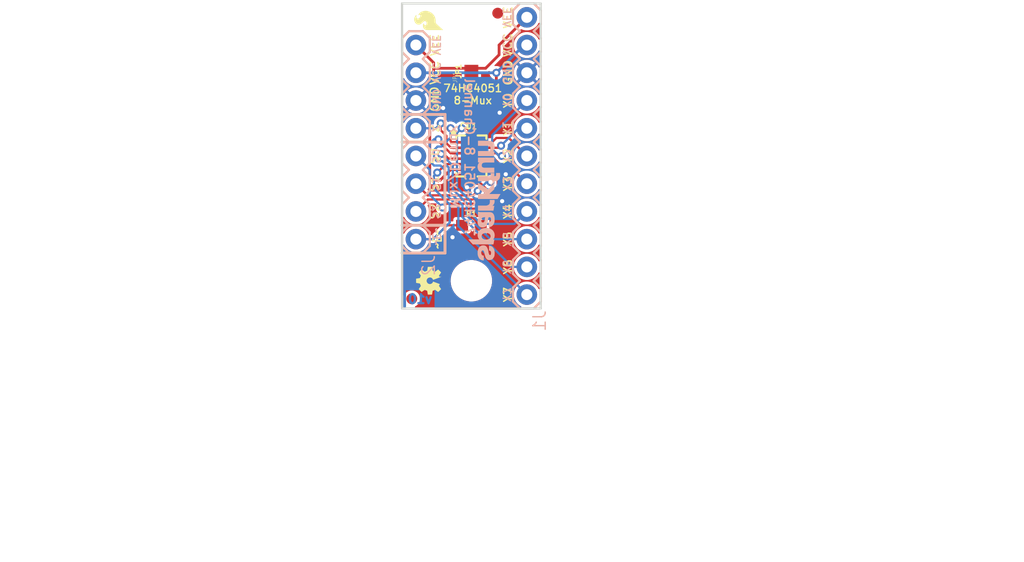
<source format=kicad_pcb>
(kicad_pcb (version 20221018) (generator pcbnew)
  (layers (0 "F.Cu" signal) (31 "B.Cu" signal) (34 "B.Paste" user) (35 "F.Paste" user) (36 "B.SilkS" user "B.Silkscreen") (37 "F.SilkS" user "F.Silkscreen") (38 "B.Mask" user) (39 "F.Mask" user) (44 "Edge.Cuts" user))
  (net 0 "")
  (net 1 "VCC")
  (net 2 "GND")
  (net 3 "Z")
  (net 4 "Y7")
  (net 5 "Y6")
  (net 6 "Y5")
  (net 7 "Y4")
  (net 8 "Y3")
  (net 9 "Y2")
  (net 10 "Y1")
  (net 11 "Y0")
  (net 12 "VEE")
  (net 13 "~{E}")
  (net 14 "S2")
  (net 15 "S0")
  (net 16 "S1")
  (footprint "working:OSHW-LOGO-MINI" (layer "F.Cu") (at 144.6911 116.4336 90)
    (fp_text reference "LOGO2" hide)
    (fp_text value "OSHW-LOGOMINI" hide)
  )
  (footprint "working:DHVQFN-16-2.5X3.5MM" (layer "F.Cu") (at 148.5011 105.0036 -90)
    (fp_text reference "U1" (at -2.413 0) (layer "F.SilkS") (effects (font (size 0.51816 0.51816) (thickness 0.09144)) (justify bottom)))
    (fp_text value "")
    (pad "1" smd rect (at -1.8 0.25 270) (size 0.9 0.24) (layers "F.Cu" "F.Mask") (net 7 "Y4"))
    (pad "2" smd rect (at -1.25 1.3) (size 0.9 0.24) (layers "F.Cu" "F.Mask") (net 5 "Y6"))
    (pad "3" smd rect (at -0.75 1.3) (size 0.9 0.24) (layers "F.Cu" "F.Mask") (net 3 "Z"))
    (pad "4" smd rect (at -0.25 1.3) (size 0.9 0.24) (layers "F.Cu" "F.Mask") (net 4 "Y7"))
    (pad "5" smd rect (at 0.25 1.3) (size 0.9 0.24) (layers "F.Cu" "F.Mask") (net 6 "Y5"))
    (pad "6" smd rect (at 0.75 1.3) (size 0.9 0.24) (layers "F.Cu" "F.Mask") (net 13 "~{E}"))
    (pad "7" smd rect (at 1.25 1.3) (size 0.9 0.24) (layers "F.Cu" "F.Mask") (net 12 "VEE"))
    (pad "8" smd rect (at 1.8 0.25 90) (size 0.9 0.24) (layers "F.Cu" "F.Mask") (net 2 "GND"))
    (pad "9" smd rect (at 1.8 -0.25 90) (size 0.9 0.24) (layers "F.Cu" "F.Mask") (net 14 "S2"))
    (pad "10" smd rect (at 1.25 -1.3 180) (size 0.9 0.24) (layers "F.Cu" "F.Mask") (net 16 "S1"))
    (pad "11" smd rect (at 0.75 -1.3 180) (size 0.9 0.24) (layers "F.Cu" "F.Mask") (net 15 "S0"))
    (pad "12" smd rect (at 0.25 -1.3 180) (size 0.9 0.24) (layers "F.Cu" "F.Mask") (net 8 "Y3"))
    (pad "13" smd rect (at -0.25 -1.3 180) (size 0.9 0.24) (layers "F.Cu" "F.Mask") (net 11 "Y0"))
    (pad "14" smd rect (at -0.75 -1.3 180) (size 0.9 0.24) (layers "F.Cu" "F.Mask") (net 10 "Y1"))
    (pad "15" smd rect (at -1.25 -1.3 180) (size 0.9 0.24) (layers "F.Cu" "F.Mask") (net 9 "Y2"))
    (pad "16" smd rect (at -1.8 -0.25 270) (size 0.9 0.24) (layers "F.Cu" "F.Mask") (net 1 "VCC"))
    (pad "EP" smd rect (at 0 0 270) (size 1.9 0.9) (layers "F.Cu" "F.Mask") (net 1 "VCC"))
  )
  (footprint "working:SFE_LOGO_FLAME_.1" (layer "F.Cu") (at 146.1897 93.7514 90)
    (fp_text reference "LOGO1" hide)
    (fp_text value "SFE_LOGO_FLAME.1_INCH" hide)
  )
  (footprint "working:0603" (layer "F.Cu") (at 148.5011 111.3536)
    (fp_text reference "R1" (at 0 -0.762) (layer "F.SilkS") (effects (font (size 0.48768 0.48768) (thickness 0.12192)) (justify bottom)))
    (fp_text value "10k")
    (pad "1" smd rect (at -0.85 0) (size 1.1 1) (layers "F.Cu" "F.Paste" "F.Mask") (net 13 "~{E}"))
    (pad "2" smd rect (at 0.85 0) (size 1.1 1) (layers "F.Cu" "F.Paste" "F.Mask") (net 2 "GND"))
  )
  (footprint "working:STAND-OFF" (layer "F.Cu") (at 148.5011 116.4336)
    (fp_text reference "H2" hide)
    (fp_text value "STAND-OFF" hide)
    (pad "" np_thru_hole circle (at 0 0) (size 3.302 3.302) (drill 3.302) (layers "*.Cu" "*.Mask"))
  )
  (footprint "working:0603" (layer "F.Cu") (at 148.5011 101.1936 180)
    (fp_text reference "C1" (at 0 -0.762 180) (layer "F.SilkS") (effects (font (size 0.48768 0.48768) (thickness 0.12192)) (justify right top)))
    (fp_text value "0.1uF")
    (pad "1" smd rect (at -0.85 0 180) (size 1.1 1) (layers "F.Cu" "F.Paste" "F.Mask") (net 1 "VCC"))
    (pad "2" smd rect (at 0.85 0 180) (size 1.1 1) (layers "F.Cu" "F.Paste" "F.Mask") (net 2 "GND"))
  )
  (footprint "working:FIDUCIAL-1X2" (layer "F.Cu") (at 150.9141 91.9226)
    (fp_text reference "FD2" hide)
    (fp_text value "FIDUCIAL1X2" hide)
    (pad "1" smd roundrect (at 0 0) (size 1 1) (layers "F.Cu" "F.Mask") (roundrect_rratio 0.5))
  )
  (footprint "working:PAD-JUMPER-2-NC_BY_PASTE_NO_SILK" (layer "F.Cu") (at 148.5011 97.3836 90)
    (fp_text reference "JP1" (at -0.9525 -1.27 90) (layer "F.SilkS") (effects (font (size 0.373888 0.373888) (thickness 0.032512)) (justify left bottom)))
    (fp_text value "VEE-GND")
    (pad "1" smd rect (at -0.4009 0 270) (size 0.635 1.27) (layers "F.Cu" "F.Mask") (net 2 "GND"))
    (pad "2" smd rect (at 0.4127 0 90) (size 0.635 1.27) (layers "F.Cu" "F.Mask") (net 12 "VEE"))
  )
  (footprint "working:FIDUCIAL-1X2" (layer "F.Cu") (at 143.0401 118.0846)
    (fp_text reference "FD1" hide)
    (fp_text value "FIDUCIAL1X2" hide)
    (pad "1" smd roundrect (at 0 0) (size 1 1) (layers "F.Cu" "F.Mask") (roundrect_rratio 0.5))
  )
  (footprint "working:CREATIVE_COMMONS" (layer "F.Cu") (at 125.6411 141.8336)
    (fp_text reference "FRAME1" hide)
    (fp_text value "FRAME-LETTER" hide)
  )
  (footprint "working:STAND-OFF" (layer "F.Cu") (at 148.5011 93.5736)
    (fp_text reference "H1" hide)
    (fp_text value "STAND-OFF" hide)
    (pad "" np_thru_hole circle (at 0 0) (size 3.302 3.302) (drill 3.302) (layers "*.Cu" "*.Mask"))
  )
  (footprint "working:1X11" (layer "B.Cu") (at 153.5811 117.7036 90)
    (fp_text reference "J1" (at -1.3462 1.8288 270) (layer "B.SilkS") (effects (font (size 1.143 1.143) (thickness 0.127)) (justify left bottom mirror)))
    (fp_text value "")
    (pad "1" thru_hole circle (at 0 0) (size 1.8796 1.8796) (drill 1.016) (layers "*.Cu" "*.Mask") (net 4 "Y7"))
    (pad "2" thru_hole circle (at 2.54 0) (size 1.8796 1.8796) (drill 1.016) (layers "*.Cu" "*.Mask") (net 5 "Y6"))
    (pad "3" thru_hole circle (at 5.08 0) (size 1.8796 1.8796) (drill 1.016) (layers "*.Cu" "*.Mask") (net 6 "Y5"))
    (pad "4" thru_hole circle (at 7.62 0) (size 1.8796 1.8796) (drill 1.016) (layers "*.Cu" "*.Mask") (net 7 "Y4"))
    (pad "5" thru_hole circle (at 10.16 0) (size 1.8796 1.8796) (drill 1.016) (layers "*.Cu" "*.Mask") (net 8 "Y3"))
    (pad "6" thru_hole circle (at 12.7 0) (size 1.8796 1.8796) (drill 1.016) (layers "*.Cu" "*.Mask") (net 9 "Y2"))
    (pad "7" thru_hole circle (at 15.24 0) (size 1.8796 1.8796) (drill 1.016) (layers "*.Cu" "*.Mask") (net 10 "Y1"))
    (pad "8" thru_hole circle (at 17.78 0) (size 1.8796 1.8796) (drill 1.016) (layers "*.Cu" "*.Mask") (net 11 "Y0"))
    (pad "9" thru_hole circle (at 20.32 0) (size 1.8796 1.8796) (drill 1.016) (layers "*.Cu" "*.Mask") (net 2 "GND"))
    (pad "10" thru_hole circle (at 22.86 0) (size 1.8796 1.8796) (drill 1.016) (layers "*.Cu" "*.Mask") (net 1 "VCC"))
    (pad "11" thru_hole circle (at 25.4 0) (size 1.8796 1.8796) (drill 1.016) (layers "*.Cu" "*.Mask") (net 12 "VEE"))
  )
  (footprint "working:SFE_LOGO_NAME_.1" (layer "B.Cu") (at 147.8026 115.0366 90)
    (fp_text reference "LOGO3" hide)
    (fp_text value "SFE_LOGO_NAME.1_INCH" hide)
  )
  (footprint "working:1X08_ROUND" (layer "B.Cu") (at 143.4211 112.6236 90)
    (fp_text reference "J2" (at -1.3462 1.8288 270) (layer "B.SilkS") (effects (font (size 1.143 1.143) (thickness 0.127)) (justify left bottom mirror)))
    (fp_text value "")
    (pad "1" thru_hole circle (at 0 0) (size 1.8796 1.8796) (drill 1.016) (layers "*.Cu" "*.Mask") (net 13 "~{E}"))
    (pad "2" thru_hole circle (at 2.54 0) (size 1.8796 1.8796) (drill 1.016) (layers "*.Cu" "*.Mask") (net 14 "S2"))
    (pad "3" thru_hole circle (at 5.08 0) (size 1.8796 1.8796) (drill 1.016) (layers "*.Cu" "*.Mask") (net 16 "S1"))
    (pad "4" thru_hole circle (at 7.62 0) (size 1.8796 1.8796) (drill 1.016) (layers "*.Cu" "*.Mask") (net 15 "S0"))
    (pad "5" thru_hole circle (at 10.16 0) (size 1.8796 1.8796) (drill 1.016) (layers "*.Cu" "*.Mask") (net 3 "Z"))
    (pad "6" thru_hole circle (at 12.7 0) (size 1.8796 1.8796) (drill 1.016) (layers "*.Cu" "*.Mask") (net 2 "GND"))
    (pad "7" thru_hole circle (at 15.24 0) (size 1.8796 1.8796) (drill 1.016) (layers "*.Cu" "*.Mask") (net 1 "VCC"))
    (pad "8" thru_hole circle (at 17.78 0) (size 1.8796 1.8796) (drill 1.016) (layers "*.Cu" "*.Mask") (net 12 "VEE"))
  )
  (gr_line (start 146.0881 103.7336) (end 142.1511 103.7336) (stroke (width 0.254)) (layer "B.SilkS"))
  (gr_line (start 146.0881 101.1936) (end 146.0881 103.7336) (stroke (width 0.254)) (layer "B.SilkS"))
  (gr_line (start 146.0881 113.8936) (end 146.0881 111.3536) (stroke (width 0.254)) (layer "B.SilkS"))
  (gr_line (start 142.1511 111.3536) (end 146.0881 111.3536) (stroke (width 0.254)) (layer "B.SilkS"))
  (gr_line (start 142.1511 101.1936) (end 146.0881 101.1936) (stroke (width 0.254)) (layer "B.SilkS"))
  (gr_line (start 146.0881 113.8936) (end 142.1511 113.8936) (stroke (width 0.254)) (layer "B.SilkS"))
  (gr_line (start 146.0881 103.7336) (end 146.0881 111.3536) (stroke (width 0.254)) (layer "B.SilkS"))
  (gr_line (start 142.1511 103.7336) (end 146.0881 103.7336) (stroke (width 0.254)) (layer "F.SilkS"))
  (gr_line (start 146.0881 103.7336) (end 146.0881 111.3536) (stroke (width 0.254)) (layer "F.SilkS"))
  (gr_line (start 146.0881 113.8936) (end 146.0881 111.3536) (stroke (width 0.254)) (layer "F.SilkS"))
  (gr_line (start 146.0881 111.3536) (end 142.1511 111.3536) (stroke (width 0.254)) (layer "F.SilkS"))
  (gr_line (start 142.1511 113.8936) (end 146.0881 113.8936) (stroke (width 0.254)) (layer "F.SilkS"))
  (gr_line (start 142.1511 101.1936) (end 146.0881 101.1936) (stroke (width 0.254)) (layer "F.SilkS"))
  (gr_line (start 146.0881 101.1936) (end 146.0881 103.7336) (stroke (width 0.254)) (layer "F.SilkS"))
  (gr_line (start 142.1511 118.9736) (end 154.8511 118.9736) (stroke (width 0.2032)) (layer "Edge.Cuts"))
  (gr_line (start 154.8511 91.0336) (end 142.1511 91.0336) (stroke (width 0.2032)) (layer "Edge.Cuts"))
  (gr_line (start 154.8511 118.9736) (end 154.8511 91.0336) (stroke (width 0.2032)) (layer "Edge.Cuts"))
  (gr_line (start 142.1511 91.0336) (end 142.1511 118.9736) (stroke (width 0.2032)) (layer "Edge.Cuts"))
  (gr_text "v10" (at 143.8021 118.5926) (layer "B.Cu") (effects (font (size 0.8128 0.8128) (thickness 0.2032)) (justify bottom mirror)))
  (gr_text "VCC" (at 144.8816 97.3836 -90) (layer "B.SilkS") (effects (font (size 0.69088 0.69088) (thickness 0.12192)) (justify bottom mirror)))
  (gr_text "S2" (at 144.8816 110.0836 -90) (layer "B.SilkS") (effects (font (size 0.69088 0.69088) (thickness 0.12192)) (justify bottom mirror)))
  (gr_text "Y6" (at 152.1206 115.1636 -90) (layer "B.SilkS") (effects (font (size 0.69088 0.69088) (thickness 0.12192)) (justify top mirror)))
  (gr_text "74HC4051 8-Channel" (at 148.8186 112.4331 -90) (layer "B.SilkS") (effects (font (size 0.8636 0.8636) (thickness 0.1524)) (justify left top mirror)))
  (gr_text "Mux/Demux" (at 147.4851 109.8931 -90) (layer "B.SilkS") (effects (font (size 0.8636 0.8636) (thickness 0.1524)) (justify left top mirror)))
  (gr_text "VEE" (at 152.1206 92.3036 -90) (layer "B.SilkS") (effects (font (size 0.69088 0.69088) (thickness 0.12192)) (justify top mirror)))
  (gr_text "S1" (at 144.8816 107.5436 -90) (layer "B.SilkS") (effects (font (size 0.69088 0.69088) (thickness 0.12192)) (justify bottom mirror)))
  (gr_text "~E~" (at 144.8816 112.3696 -90) (layer "B.SilkS") (effects (font (size 0.69088 0.69088) (thickness 0.12192)) (justify bottom mirror)))
  (gr_text "S0" (at 144.8816 105.0036 -90) (layer "B.SilkS") (effects (font (size 0.69088 0.69088) (thickness 0.12192)) (justify bottom mirror)))
  (gr_text "Y0" (at 152.1206 99.9236 -90) (layer "B.SilkS") (effects (font (size 0.69088 0.69088) (thickness 0.12192)) (justify top mirror)))
  (gr_text "GND" (at 152.1206 97.3836 -90) (layer "B.SilkS") (effects (font (size 0.69088 0.69088) (thickness 0.12192)) (justify top mirror)))
  (gr_text "VCC" (at 152.1206 94.8436 -90) (layer "B.SilkS") (effects (font (size 0.69088 0.69088) (thickness 0.12192)) (justify top mirror)))
  (gr_text "Y4" (at 152.1206 110.0836 -90) (layer "B.SilkS") (effects (font (size 0.69088 0.69088) (thickness 0.12192)) (justify top mirror)))
  (gr_text "Y1" (at 152.1206 102.4636 -90) (layer "B.SilkS") (effects (font (size 0.69088 0.69088) (thickness 0.12192)) (justify top mirror)))
  (gr_text "VEE" (at 144.8816 94.8436 -90) (layer "B.SilkS") (effects (font (size 0.69088 0.69088) (thickness 0.12192)) (justify bottom mirror)))
  (gr_text "Y5" (at 152.1206 112.6236 -90) (layer "B.SilkS") (effects (font (size 0.69088 0.69088) (thickness 0.12192)) (justify top mirror)))
  (gr_text "Y3" (at 152.1206 107.5436 -90) (layer "B.SilkS") (effects (font (size 0.69088 0.69088) (thickness 0.12192)) (justify top mirror)))
  (gr_text "Y7" (at 152.1206 117.7036 -90) (layer "B.SilkS") (effects (font (size 0.69088 0.69088) (thickness 0.12192)) (justify top mirror)))
  (gr_text "GND" (at 144.8816 99.9236 -90) (layer "B.SilkS") (effects (font (size 0.69088 0.69088) (thickness 0.12192)) (justify bottom mirror)))
  (gr_text "Z" (at 144.8816 102.4636 -90) (layer "B.SilkS") (effects (font (size 0.69088 0.69088) (thickness 0.12192)) (justify bottom mirror)))
  (gr_text "Y2" (at 152.1206 105.0036 -90) (layer "B.SilkS") (effects (font (size 0.69088 0.69088) (thickness 0.12192)) (justify top mirror)))
  (gr_text "VEE" (at 144.6911 94.8436 90) (layer "F.SilkS") (effects (font (size 0.75565 0.75565) (thickness 0.13335)) (justify top)))
  (gr_text "VCC" (at 152.3111 94.8436 90) (layer "F.SilkS") (effects (font (size 0.75565 0.75565) (thickness 0.13335)) (justify bottom)))
  (gr_text "S0" (at 144.6911 105.0036 90) (layer "F.SilkS") (effects (font (size 0.75565 0.75565) (thickness 0.13335)) (justify top)))
  (gr_text "Y5" (at 152.3111 112.6236 90) (layer "F.SilkS") (effects (font (size 0.75565 0.75565) (thickness 0.13335)) (justify bottom)))
  (gr_text "VCC" (at 144.6911 97.3836 90) (layer "F.SilkS") (effects (font (size 0.75565 0.75565) (thickness 0.13335)) (justify top)))
  (gr_text "Z" (at 144.6911 102.4636 90) (layer "F.SilkS") (effects (font (size 0.75565 0.75565) (thickness 0.13335)) (justify top)))
  (gr_text "Y4" (at 152.3111 110.0836 90) (layer "F.SilkS") (effects (font (size 0.75565 0.75565) (thickness 0.13335)) (justify bottom)))
  (gr_text "S1" (at 144.6911 107.5436 90) (layer "F.SilkS") (effects (font (size 0.75565 0.75565) (thickness 0.13335)) (justify top)))
  (gr_text "S2" (at 144.6911 110.0836 90) (layer "F.SilkS") (effects (font (size 0.75565 0.75565) (thickness 0.13335)) (justify top)))
  (gr_text "Y7" (at 152.3111 117.7036 90) (layer "F.SilkS") (effects (font (size 0.75565 0.75565) (thickness 0.13335)) (justify bottom)))
  (gr_text "Y0" (at 152.3111 99.9236 90) (layer "F.SilkS") (effects (font (size 0.75565 0.75565) (thickness 0.13335)) (justify bottom)))
  (gr_text "GND" (at 144.6911 99.7966 90) (layer "F.SilkS") (effects (font (size 0.75565 0.75565) (thickness 0.13335)) (justify top)))
  (gr_text "Y3" (at 152.3111 107.5436 90) (layer "F.SilkS") (effects (font (size 0.75565 0.75565) (thickness 0.13335)) (justify bottom)))
  (gr_text "VEE" (at 152.3111 92.3036 90) (layer "F.SilkS") (effects (font (size 0.75565 0.75565) (thickness 0.13335)) (justify bottom)))
  (gr_text "74HC4051\n8-Mux" (at 148.6281 98.3996) (layer "F.SilkS") (effects (font (size 0.69088 0.69088) (thickness 0.12192)) (justify top)))
  (gr_text "~E~" (at 144.9451 112.6236 90) (layer "F.SilkS") (effects (font (size 0.75565 0.75565) (thickness 0.13335)) (justify top)))
  (gr_text "Y1" (at 152.3111 102.4636 90) (layer "F.SilkS") (effects (font (size 0.75565 0.75565) (thickness 0.13335)) (justify bottom)))
  (gr_text "JP1" (at 147.6121 97.2566 90) (layer "F.SilkS") (effects (font (size 0.48768 0.48768) (thickness 0.12192)) (justify bottom)))
  (gr_text "Y6" (at 152.3111 115.1636 90) (layer "F.SilkS") (effects (font (size 0.75565 0.75565) (thickness 0.13335)) (justify bottom)))
  (gr_text "GND" (at 152.3111 97.3836 90) (layer "F.SilkS") (effects (font (size 0.75565 0.75565) (thickness 0.13335)) (justify bottom)))
  (gr_text "Y2" (at 152.3111 105.0036 90) (layer "F.SilkS") (effects (font (size 0.75565 0.75565) (thickness 0.13335)) (justify bottom)))
  (segment (start 148.7551 103.2076) (end 148.7511 103.2036) (width 0.2032) (layer "F.Cu") (net 1))
  (segment (start 148.7511 102.5906) (end 149.3511 101.9906) (width 0.254) (layer "F.Cu") (net 1))
  (segment (start 148.7511 103.2036) (end 148.7511 102.5906) (width 0.2286) (layer "F.Cu") (net 1))
  (segment (start 150.7871 98.3996) (end 149.3511 99.8356) (width 0.254) (layer "F.Cu") (net 1))
  (segment (start 148.7551 103.7336) (end 148.7551 103.2076) (width 0.2286) (layer "F.Cu") (net 1))
  (segment (start 149.3511 101.9906) (end 149.3511 101.1936) (width 0.254) (layer "F.Cu") (net 1))
  (segment (start 148.5011 103.9876) (end 148.7551 103.7336) (width 0.2286) (layer "F.Cu") (net 1))
  (segment (start 150.7871 97.3836) (end 150.7871 98.3996) (width 0.254) (layer "F.Cu") (net 1))
  (segment (start 148.5011 105.0036) (end 148.5011 103.9876) (width 0.2286) (layer "F.Cu") (net 1))
  (segment (start 149.3511 101.1936) (end 149.3511 99.8356) (width 0.254) (layer "F.Cu") (net 1))
  (via (at 150.7871 97.3836) (size 0.7366) (drill 0.381) (layers "F.Cu" "B.Cu") (net 1))
  (segment (start 153.3271 94.8436) (end 150.7871 97.3836) (width 0.254) (layer "B.Cu") (net 1))
  (segment (start 143.4211 97.3836) (end 150.7871 97.3836) (width 0.254) (layer "B.Cu") (net 1))
  (segment (start 153.3271 94.8436) (end 153.5811 94.8436) (width 0.254) (layer "B.Cu") (net 1))
  (via (at 151.6507 106.68) (size 0.7366) (drill 0.381) (layers "F.Cu" "B.Cu") (net 2))
  (via (at 146.7739 112.4458) (size 0.7366) (drill 0.381) (layers "F.Cu" "B.Cu") (net 2))
  (via (at 151.0919 101.0412) (size 0.7366) (drill 0.381) (layers "F.Cu" "B.Cu") (net 2))
  (via (at 151.3205 109.1438) (size 0.7366) (drill 0.381) (layers "F.Cu" "B.Cu") (net 2))
  (via (at 145.9103 100.6094) (size 0.7366) (drill 0.381) (layers "F.Cu" "B.Cu") (net 2))
  (via (at 148.0947 107.8738) (size 0.7366) (drill 0.381) (layers "F.Cu" "B.Cu") (net 2))
  (segment (start 146.2151 103.8352) (end 146.2151 103.1621) (width 0.2032) (layer "F.Cu") (net 3))
  (segment (start 146.6335 104.2536) (end 146.2151 103.8352) (width 0.2032) (layer "F.Cu") (net 3))
  (segment (start 145.6944 102.6414) (end 145.6944 102.0191) (width 0.2032) (layer "F.Cu") (net 3))
  (segment (start 146.2151 103.1621) (end 145.6944 102.6414) (width 0.2032) (layer "F.Cu") (net 3))
  (segment (start 147.2011 104.2536) (end 146.6335 104.2536) (width 0.2032) (layer "F.Cu") (net 3))
  (via (at 145.6944 102.0191) (size 0.7366) (drill 0.381) (layers "F.Cu" "B.Cu") (net 3))
  (segment (start 145.6944 102.0191) (end 145.2499 102.4636) (width 0.2032) (layer "B.Cu") (net 3))
  (segment (start 143.4211 102.4636) (end 145.2499 102.4636) (width 0.2032) (layer "B.Cu") (net 3))
  (segment (start 147.2011 104.7536) (end 146.5874 104.7536) (width 0.2032) (layer "F.Cu") (net 4))
  (segment (start 145.4785 103.4796) (end 145.4785 103.6447) (width 0.2032) (layer "F.Cu") (net 4))
  (segment (start 146.5874 104.7536) (end 145.4785 103.6447) (width 0.2032) (layer "F.Cu") (net 4))
  (via (at 145.4785 103.4796) (size 0.7366) (drill 0.381) (layers "F.Cu" "B.Cu") (net 4))
  (segment (start 146.0373 106.2482) (end 146.0373 108.4072) (width 0.2032) (layer "B.Cu") (net 4))
  (segment (start 145.4785 103.4796) (end 145.0721 103.4796) (width 0.2032) (layer "B.Cu") (net 4))
  (segment (start 146.0373 108.4072) (end 147.3073 109.6772) (width 0.2032) (layer "B.Cu") (net 4))
  (segment (start 147.3073 111.4298) (end 147.3073 109.6772) (width 0.2032) (layer "B.Cu") (net 4))
  (segment (start 144.6911 105.4862) (end 144.6911 103.8606) (width 0.2032) (layer "B.Cu") (net 4))
  (segment (start 145.669 105.8799) (end 145.0848 105.8799) (width 0.2032) (layer "B.Cu") (net 4))
  (segment (start 144.6911 103.8606) (end 145.0721 103.4796) (width 0.2032) (layer "B.Cu") (net 4))
  (segment (start 146.0373 106.2482) (end 145.669 105.8799) (width 0.2032) (layer "B.Cu") (net 4))
  (segment (start 145.0848 105.8799) (end 144.6911 105.4862) (width 0.2032) (layer "B.Cu") (net 4))
  (segment (start 153.5811 117.7036) (end 147.3073 111.4298) (width 0.2032) (layer "B.Cu") (net 4))
  (segment (start 146.5961 103.6574) (end 146.5961 102.4636) (width 0.2032) (layer "F.Cu") (net 5))
  (segment (start 146.6923 103.7536) (end 146.5961 103.6574) (width 0.2032) (layer "F.Cu") (net 5))
  (segment (start 147.2011 103.7536) (end 146.6923 103.7536) (width 0.2032) (layer "F.Cu") (net 5))
  (via (at 146.5961 102.4636) (size 0.7366) (drill 0.381) (layers "F.Cu" "B.Cu") (net 5))
  (segment (start 145.8341 105.4735) (end 146.4183 106.0577) (width 0.2032) (layer "B.Cu") (net 5))
  (segment (start 145.0721 105.2195) (end 145.3261 105.4735) (width 0.2032) (layer "B.Cu") (net 5))
  (segment (start 152.2349 115.1636) (end 153.5811 115.1636) (width 0.2032) (layer "B.Cu") (net 5))
  (segment (start 147.6883 109.4994) (end 147.6883 110.617) (width 0.2032) (layer "B.Cu") (net 5))
  (segment (start 145.7579 104.14) (end 146.5961 103.3018) (width 0.2032) (layer "B.Cu") (net 5))
  (segment (start 145.3261 105.4735) (end 145.8341 105.4735) (width 0.2032) (layer "B.Cu") (net 5))
  (segment (start 147.6883 110.617) (end 152.2349 115.1636) (width 0.2032) (layer "B.Cu") (net 5))
  (segment (start 145.4023 104.14) (end 145.0721 104.4702) (width 0.2032) (layer "B.Cu") (net 5))
  (segment (start 146.5961 103.3018) (end 146.5961 102.4636) (width 0.2032) (layer "B.Cu") (net 5))
  (segment (start 146.4183 108.2294) (end 147.6883 109.4994) (width 0.2032) (layer "B.Cu") (net 5))
  (segment (start 145.0721 104.4702) (end 145.0721 105.2195) (width 0.2032) (layer "B.Cu") (net 5))
  (segment (start 145.4023 104.14) (end 145.7579 104.14) (width 0.2032) (layer "B.Cu") (net 5))
  (segment (start 146.4183 106.0577) (end 146.4183 108.2294) (width 0.2032) (layer "B.Cu") (net 5))
  (segment (start 145.7325 104.8258) (end 145.9865 104.8258) (width 0.2032) (layer "F.Cu") (net 6))
  (segment (start 146.4143 105.2536) (end 147.2011 105.2536) (width 0.2032) (layer "F.Cu") (net 6))
  (segment (start 146.4143 105.2536) (end 145.9865 104.8258) (width 0.2032) (layer "F.Cu") (net 6))
  (via (at 145.7325 104.8258) (size 0.7366) (drill 0.381) (layers "F.Cu" "B.Cu") (net 6))
  (segment (start 153.5811 112.6236) (end 150.241 112.6236) (width 0.2032) (layer "B.Cu") (net 6))
  (segment (start 146.7993 105.8926) (end 145.7325 104.8258) (width 0.2032) (layer "B.Cu") (net 6))
  (segment (start 146.7993 105.8926) (end 146.7993 108.0643) (width 0.2032) (layer "B.Cu") (net 6))
  (segment (start 146.7993 108.0643) (end 148.0693 109.3343) (width 0.2032) (layer "B.Cu") (net 6))
  (segment (start 148.0693 110.4519) (end 150.241 112.6236) (width 0.2032) (layer "B.Cu") (net 6))
  (segment (start 148.0693 109.3343) (end 148.0693 110.4519) (width 0.2032) (layer "B.Cu") (net 6))
  (segment (start 148.2511 102.6454) (end 148.2511 103.2036) (width 0.2032) (layer "F.Cu") (net 7))
  (segment (start 148.2511 102.6454) (end 148.0693 102.4636) (width 0.2032) (layer "F.Cu") (net 7))
  (segment (start 148.0693 102.4636) (end 147.6121 102.4636) (width 0.2032) (layer "F.Cu") (net 7))
  (via (at 147.6121 102.4636) (size 0.7366) (drill 0.381) (layers "F.Cu" "B.Cu") (net 7))
  (segment (start 148.4503 110.2868) (end 149.3901 111.2266) (width 0.2032) (layer "B.Cu") (net 7))
  (segment (start 147.6121 102.4636) (end 147.1803 102.8954) (width 0.2032) (layer "B.Cu") (net 7))
  (segment (start 152.4381 111.2266) (end 153.5811 110.0836) (width 0.2032) (layer "B.Cu") (net 7))
  (segment (start 149.3901 111.2266) (end 152.4381 111.2266) (width 0.2032) (layer "B.Cu") (net 7))
  (segment (start 148.4503 109.1692) (end 148.4503 110.2868) (width 0.2032) (layer "B.Cu") (net 7))
  (segment (start 147.1803 107.8992) (end 148.4503 109.1692) (width 0.2032) (layer "B.Cu") (net 7))
  (segment (start 147.1803 102.8954) (end 147.1803 107.8992) (width 0.2032) (layer "B.Cu") (net 7))
  (segment (start 150.6053 105.2536) (end 151.1173 105.7656) (width 0.2032) (layer "F.Cu") (net 8))
  (segment (start 151.1173 105.7656) (end 151.8031 105.7656) (width 0.2032) (layer "F.Cu") (net 8))
  (segment (start 151.8031 105.7656) (end 153.5811 107.5436) (width 0.2032) (layer "F.Cu") (net 8))
  (segment (start 150.6053 105.2536) (end 149.8011 105.2536) (width 0.2032) (layer "F.Cu") (net 8))
  (segment (start 149.8011 103.7536) (end 150.3861 103.7536) (width 0.2032) (layer "F.Cu") (net 9))
  (segment (start 150.7871 103.3526) (end 151.9301 103.3526) (width 0.2032) (layer "F.Cu") (net 9))
  (segment (start 151.9301 103.3526) (end 153.5811 105.0036) (width 0.2032) (layer "F.Cu") (net 9))
  (segment (start 150.3861 103.7536) (end 150.7871 103.3526) (width 0.2032) (layer "F.Cu") (net 9))
  (segment (start 151.0291 104.2536) (end 151.2189 104.0638) (width 0.2032) (layer "F.Cu") (net 10))
  (segment (start 149.8011 104.2536) (end 151.0291 104.2536) (width 0.2032) (layer "F.Cu") (net 10))
  (via (at 151.2189 104.0638) (size 0.7366) (drill 0.381) (layers "F.Cu" "B.Cu") (net 10))
  (segment (start 151.2189 104.0638) (end 152.8191 102.4636) (width 0.2032) (layer "B.Cu") (net 10))
  (segment (start 152.8191 102.4636) (end 153.5811 102.4636) (width 0.2032) (layer "B.Cu") (net 10))
  (segment (start 150.7911 104.7536) (end 149.8011 104.7536) (width 0.2032) (layer "F.Cu") (net 11))
  (segment (start 151.2991 105.0076) (end 151.0451 105.0076) (width 0.2032) (layer "F.Cu") (net 11))
  (segment (start 151.0451 105.0076) (end 150.7911 104.7536) (width 0.2032) (layer "F.Cu") (net 11))
  (via (at 151.2991 105.0076) (size 0.7366) (drill 0.381) (layers "F.Cu" "B.Cu") (net 11))
  (segment (start 151.0451 105.0076) (end 150.4061 104.3686) (width 0.2032) (layer "B.Cu") (net 11))
  (segment (start 151.2991 105.0076) (end 151.0451 105.0076) (width 0.2032) (layer "B.Cu") (net 11))
  (segment (start 150.4061 103.0986) (end 153.5811 99.9236) (width 0.2032) (layer "B.Cu") (net 11))
  (segment (start 150.4061 104.3686) (end 150.4061 103.0986) (width 0.2032) (layer "B.Cu") (net 11))
  (segment (start 151.0411 94.8436) (end 153.5811 92.3036) (width 0.254) (layer "F.Cu") (net 12))
  (segment (start 144.8689 107.2134) (end 144.6911 107.0356) (width 0.254) (layer "F.Cu") (net 12))
  (segment (start 149.8028 96.9709) (end 151.0411 95.7326) (width 0.254) (layer "F.Cu") (net 12))
  (segment (start 148.5011 96.9709) (end 145.0467 96.9709) (width 0.254) (layer "F.Cu") (net 12))
  (segment (start 145.0467 100.3808) (end 145.0467 96.9709) (width 0.254) (layer "F.Cu") (net 12))
  (segment (start 144.6911 107.0356) (end 144.6911 100.7364) (width 0.254) (layer "F.Cu") (net 12))
  (segment (start 148.5011 96.9709) (end 149.8028 96.9709) (width 0.254) (layer "F.Cu") (net 12))
  (segment (start 145.6563 107.2134) (end 144.8689 107.2134) (width 0.254) (layer "F.Cu") (net 12))
  (segment (start 145.0467 96.9709) (end 145.0467 96.4692) (width 0.254) (layer "F.Cu") (net 12))
  (segment (start 144.6911 100.7364) (end 145.0467 100.3808) (width 0.254) (layer "F.Cu") (net 12))
  (segment (start 151.0411 95.7326) (end 151.0411 94.8436) (width 0.254) (layer "F.Cu") (net 12))
  (segment (start 146.6161 106.2536) (end 145.6563 107.2134) (width 0.254) (layer "F.Cu") (net 12))
  (segment (start 147.2011 106.2536) (end 146.6161 106.2536) (width 0.2286) (layer "F.Cu") (net 12))
  (segment (start 145.0467 96.4692) (end 143.4211 94.8436) (width 0.254) (layer "F.Cu") (net 12))
  (segment (start 145.3769 106.5276) (end 146.1509 105.7536) (width 0.2032) (layer "F.Cu") (net 13))
  (segment (start 147.2011 105.7536) (end 146.1509 105.7536) (width 0.2032) (layer "F.Cu") (net 13))
  (segment (start 144.9959 112.6236) (end 146.2659 111.3536) (width 0.2032) (layer "F.Cu") (net 13))
  (segment (start 143.4211 112.6236) (end 144.9959 112.6236) (width 0.2032) (layer "F.Cu") (net 13))
  (segment (start 146.2659 111.3536) (end 147.6511 111.3536) (width 0.2032) (layer "F.Cu") (net 13))
  (via (at 145.3769 106.5276) (size 0.7366) (drill 0.381) (layers "F.Cu" "B.Cu") (net 13))
  (segment (start 145.0721 106.8324) (end 145.0721 108.0008) (width 0.2032) (layer "B.Cu") (net 13))
  (segment (start 145.3769 106.5276) (end 145.0721 106.8324) (width 0.2032) (layer "B.Cu") (net 13))
  (segment (start 143.4211 112.6236) (end 144.9959 112.6236) (width 0.2032) (layer "B.Cu") (net 13))
  (segment (start 146.5199 111.0996) (end 144.9959 112.6236) (width 0.2032) (layer "B.Cu") (net 13))
  (segment (start 146.5199 109.4486) (end 146.5199 111.0996) (width 0.2032) (layer "B.Cu") (net 13))
  (segment (start 145.0721 108.0008) (end 146.5199 109.4486) (width 0.2032) (layer "B.Cu") (net 13))
  (segment (start 148.7511 107.2856) (end 149.0091 107.5436) (width 0.2032) (layer "F.Cu") (net 14))
  (segment (start 149.7711 107.9246) (end 149.7711 108.458) (width 0.2032) (layer "F.Cu") (net 14))
  (segment (start 149.2377 108.9914) (end 149.7711 108.458) (width 0.2032) (layer "F.Cu") (net 14))
  (segment (start 149.3901 107.5436) (end 149.7711 107.9246) (width 0.2032) (layer "F.Cu") (net 14))
  (segment (start 144.5133 108.9914) (end 149.2377 108.9914) (width 0.2032) (layer "F.Cu") (net 14))
  (segment (start 144.5133 108.9914) (end 143.4211 110.0836) (width 0.2032) (layer "F.Cu") (net 14))
  (segment (start 148.7511 106.8036) (end 148.7511 107.2856) (width 0.2032) (layer "F.Cu") (net 14))
  (segment (start 149.0091 107.5436) (end 149.3901 107.5436) (width 0.2032) (layer "F.Cu") (net 14))
  (segment (start 145.8595 109.728) (end 146.2151 109.3724) (width 0.2032) (layer "F.Cu") (net 15))
  (segment (start 150.5211 105.7536) (end 150.9141 106.1466) (width 0.2032) (layer "F.Cu") (net 15))
  (segment (start 146.2151 109.3724) (end 149.8473 109.3724) (width 0.2032) (layer "F.Cu") (net 15))
  (segment (start 149.8011 105.7536) (end 150.5211 105.7536) (width 0.2032) (layer "F.Cu") (net 15))
  (segment (start 150.9141 108.3056) (end 150.9141 106.1466) (width 0.2032) (layer "F.Cu") (net 15))
  (segment (start 149.8473 109.3724) (end 150.9141 108.3056) (width 0.2032) (layer "F.Cu") (net 15))
  (via (at 145.8595 109.728) (size 0.7366) (drill 0.381) (layers "F.Cu" "B.Cu") (net 15))
  (segment (start 143.4211 105.0036) (end 144.6911 106.2736) (width 0.2032) (layer "B.Cu") (net 15))
  (segment (start 144.6911 108.5596) (end 145.8595 109.728) (width 0.2032) (layer "B.Cu") (net 15))
  (segment (start 144.6911 106.2736) (end 144.6911 108.5596) (width 0.2032) (layer "B.Cu") (net 15))
  (segment (start 150.3861 106.2536) (end 150.5331 106.4006) (width 0.2032) (layer "F.Cu") (net 16))
  (segment (start 150.5331 107.1118) (end 150.2537 107.3912) (width 0.2032) (layer "F.Cu") (net 16))
  (segment (start 149.8011 106.2536) (end 150.3861 106.2536) (width 0.2032) (layer "F.Cu") (net 16))
  (segment (start 150.5331 106.4006) (end 150.5331 107.1118) (width 0.2032) (layer "F.Cu") (net 16))
  (segment (start 148.6789 108.6104) (end 144.4879 108.6104) (width 0.2032) (layer "F.Cu") (net 16))
  (segment (start 149.0853 108.204) (end 148.6789 108.6104) (width 0.2032) (layer "F.Cu") (net 16))
  (segment (start 144.4879 108.6104) (end 143.4211 107.5436) (width 0.2032) (layer "F.Cu") (net 16))
  (via (at 150.2537 107.3912) (size 0.7366) (drill 0.381) (layers "F.Cu" "B.Cu") (net 16))
  (via (at 149.0853 108.204) (size 0.7366) (drill 0.381) (layers "F.Cu" "B.Cu") (net 16))
  (segment (start 150.2537 107.3912) (end 149.8981 107.3912) (width 0.2032) (layer "B.Cu") (net 16))
  (segment (start 149.8981 107.3912) (end 149.0853 108.204) (width 0.2032) (layer "B.Cu") (net 16))
  (zone (net 2) (net_name "GND") (layer "F.Cu") (priority 6) (connect_pads (clearance 0.254)) (min_thickness 0.1016) (fill yes (thermal_gap 0.2532) (thermal_bridge_width 0.2532))
    (polygon (pts (xy 154.9527 119.0752) (xy 142.0495 119.0752) (xy 142.0495 90.932) (xy 154.9527 90.932)))
  )
  (zone (net 2) (net_name "GND") (layer "B.Cu") (priority 6) (connect_pads (clearance 0.254)) (min_thickness 0.1016) (fill yes (thermal_gap 0.2532) (thermal_bridge_width 0.2532))
    (polygon (pts (xy 154.9527 119.0752) (xy 142.0495 119.0752) (xy 142.0495 90.932) (xy 154.9527 90.932)))
  )
)
</source>
